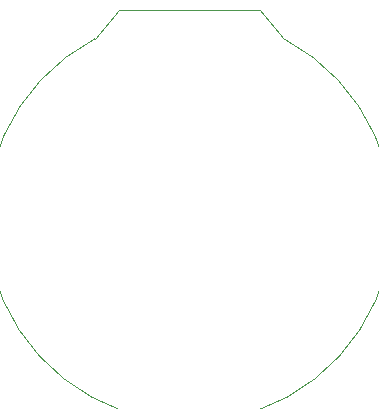
<source format=gbr>
%TF.GenerationSoftware,KiCad,Pcbnew,9.0.3*%
%TF.CreationDate,2025-09-12T00:22:29+02:00*%
%TF.ProjectId,FOC_CONTROLLER_V1,464f435f-434f-44e5-9452-4f4c4c45525f,rev?*%
%TF.SameCoordinates,Original*%
%TF.FileFunction,Profile,NP*%
%FSLAX46Y46*%
G04 Gerber Fmt 4.6, Leading zero omitted, Abs format (unit mm)*
G04 Created by KiCad (PCBNEW 9.0.3) date 2025-09-12 00:22:29*
%MOMM*%
%LPD*%
G01*
G04 APERTURE LIST*
%TA.AperFunction,Profile*%
%ADD10C,0.050000*%
%TD*%
G04 APERTURE END LIST*
D10*
X106008782Y-82280000D02*
X94000000Y-82280000D01*
X108005681Y-84758226D02*
G75*
G02*
X92010000Y-84750000I-8005681J-15241774D01*
G01*
X94000000Y-82280000D02*
X92010002Y-84750000D01*
X108005681Y-84758226D02*
X106008782Y-82280000D01*
M02*

</source>
